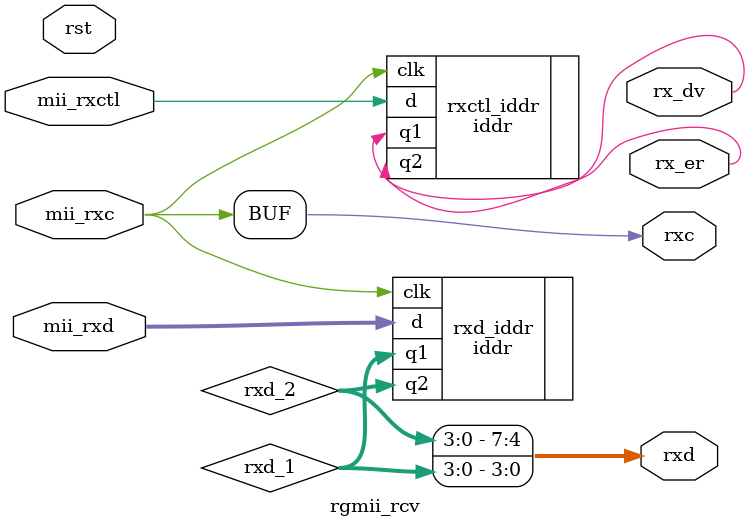
<source format=sv>
module rgmii_rcv (
  input wire rst,
  input wire mii_rxc,
  input wire [3:0] mii_rxd,
  input wire mii_rxctl,

  output wire rxc,
  output wire rx_dv,
  output wire rx_er,
  output reg [7:0] rxd
);

`ifdef SPEED_100M
reg counter = 0;
clk_divider _div(.clk_in(mii_rxc), .rst(rst), .clk_out(rxc));
always @(posedge mii_rxc) begin
  if (rst) begin
    rxd <= '0;
  end
  rxd <= {mii_rxd, rxd[7:4]};
end
`else
reg [3:0] rxd_1, rxd_2;
assign rxd = {rxd_2, rxd_1};

iddr #(.INPUT_WIDTH(4)) rxd_iddr(.clk(mii_rxc), .d(mii_rxd), .q1(rxd_1), .q2(rxd_2));
assign rxc = mii_rxc;
`endif
// TODO: deal with rx_er
iddr #(.INPUT_WIDTH(1)) rxctl_iddr(.clk(mii_rxc), .d(mii_rxctl), .q1(rx_dv), .q2(rx_er));

endmodule

</source>
